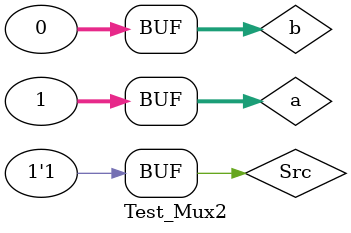
<source format=sv>
`timescale 1ns / 1ps

module Test_Mux2();

logic [31:0] a;
logic [31:0] b;
logic Src;
logic [31:0] y;

Mux2 DUT (.a(a), .b(b), .Src(Src), .y(y));

initial begin

Src = 0; a=32'b01; b=32'b00;
#10;
Src = 1; 

//--------------------------------------Passed------------------------------------------//

end

endmodule


</source>
